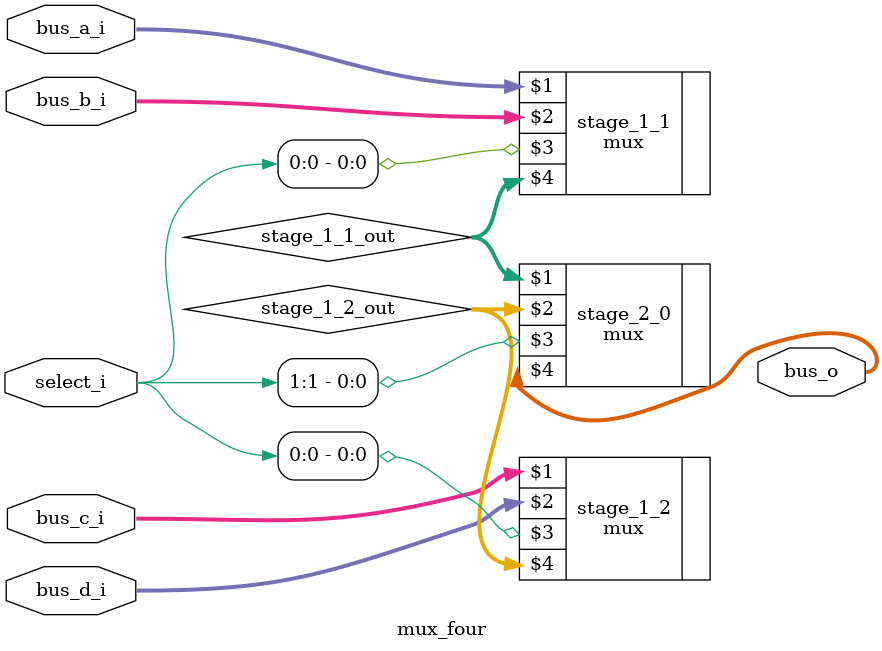
<source format=sv>
module mux_four #(BITS = 3)
(
	input  logic [BITS-1:0] bus_a_i, bus_b_i, bus_c_i, bus_d_i,
	 input logic [1:0]      select_i,
	output logic [BITS-1:0] bus_o
);

	logic[BITS-1:0] stage_1_1_out, stage_1_2_out;
	mux #(BITS) stage_1_1(bus_a_i, bus_b_i, select_i[0], stage_1_1_out);
	mux #(BITS) stage_1_2(bus_c_i, bus_d_i, select_i[0], stage_1_2_out);
	mux #(BITS) stage_2_0(stage_1_1_out, stage_1_2_out, select_i[1], bus_o);

endmodule

</source>
